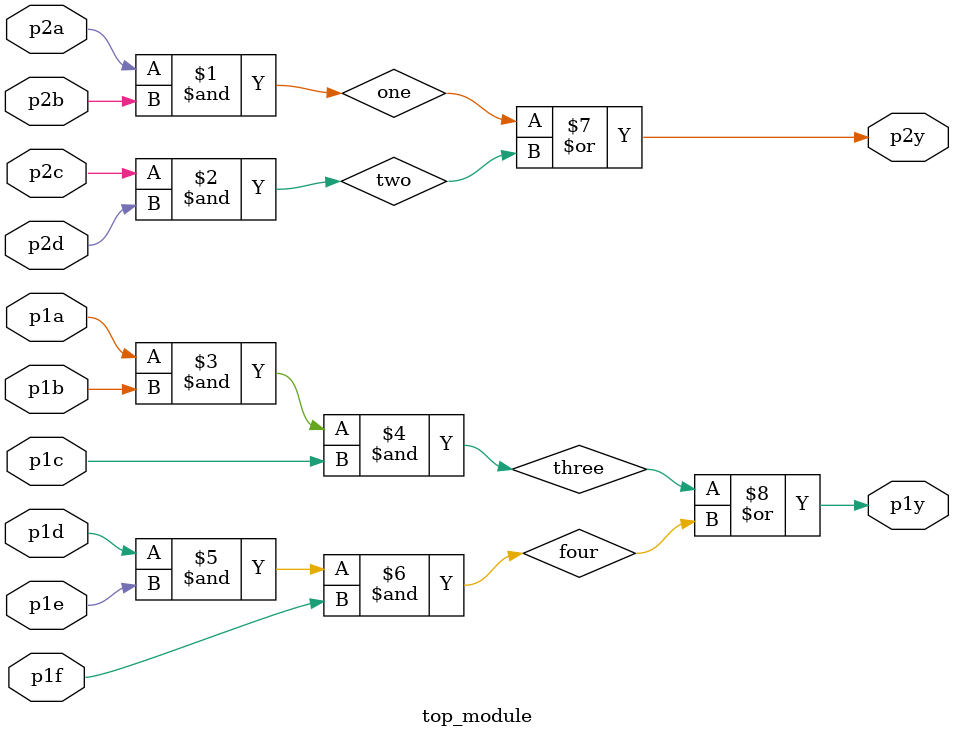
<source format=v>
module top_module ( 
    input p1a, p1b, p1c, p1d, p1e, p1f,
    output p1y,
    input p2a, p2b, p2c, p2d,
    output p2y );

    wire one, two, three, four;
    
    assign one = ( p2a & p2b );
    assign two = ( p2c & p2d );
    assign three = ( p1a & p1b & p1c );
    assign four = ( p1d & p1e & p1f );
    
    assign p2y = ( one | two );
    assign p1y = ( three | four );

endmodule

</source>
